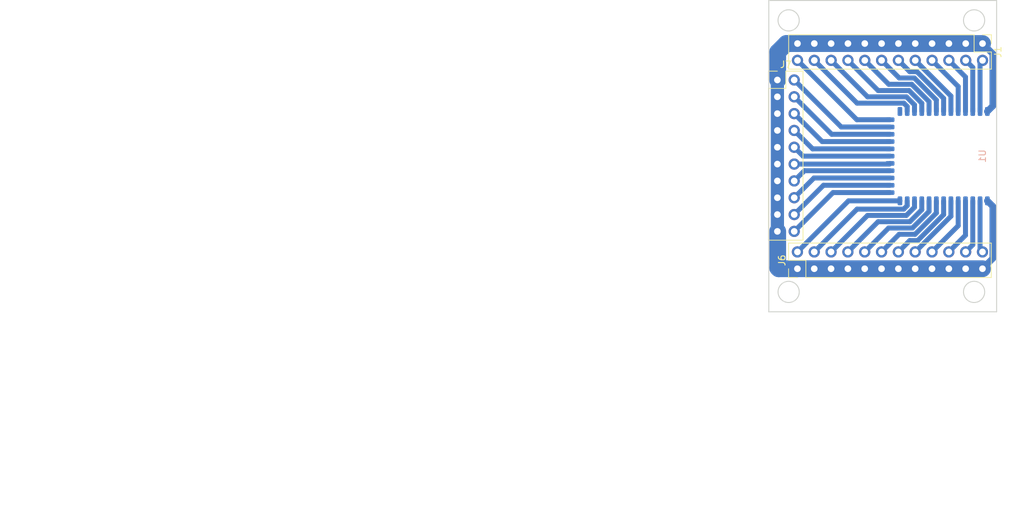
<source format=kicad_pcb>
(kicad_pcb (version 20211014) (generator pcbnew)
  (title_block (title "HolyIOT 18010 breakout board") (date "2021-08-01") (rev "0.1") (company "semicontinuity"))
  (layers (0 "F.Cu" signal) (31 "B.Cu" signal) (34 "B.Paste" user) (35 "F.Paste" user) (36 "B.SilkS" user "B.Silkscreen") (37 "F.SilkS" user "F.Silkscreen") (38 "B.Mask" user) (39 "F.Mask" user) (44 "Edge.Cuts" user))
  (net 0 "")
  (net 1 "/P23")
  (net 2 "/P22")
  (net 3 "/P21")
  (net 4 "/P20")
  (net 5 "/P19")
  (net 6 "/P18")
  (net 7 "/P17")
  (net 8 "/P16")
  (net 9 "/P15")
  (net 10 "/P14")
  (net 11 "/P24")
  (net 13 "/GND")
  (net 14 "/P36")
  (net 15 "/P35")
  (net 16 "/P34")
  (net 17 "/P33")
  (net 18 "/P32")
  (net 19 "/P31")
  (net 20 "/P30")
  (net 21 "/P29")
  (net 22 "/P28")
  (net 23 "/P27")
  (net 24 "/P26")
  (net 25 "/P05")
  (net 26 "/P04")
  (net 27 "/P03")
  (net 28 "/P02")
  (net 29 "/P13")
  (net 30 "/P12")
  (net 31 "/P11")
  (net 32 "/P10")
  (net 33 "/P09")
  (net 34 "/P08")
  (net 35 "/P07")
  (net 36 "/P06")
  (footprint "Connector_PinHeader_2.54mm:PinHeader_2x12_P2.54mm_Vertical" (layer "F.Cu") (at 185.76076 86.87278 -90)
    (fp_text reference "J1" (at 1.27 -2.33 90) (layer "F.SilkS"))
    (fp_text value "Conn_02x12_Odd_Even" hide)
    (fp_line (start -1.33 29.27) (end 3.87 29.27) (layer "F.SilkS") (width 0.12))
    (fp_line (start -1.33 1.27) (end -1.33 29.27) (layer "F.SilkS") (width 0.12))
    (fp_line (start -1.33 1.27) (end 1.27 1.27) (layer "F.SilkS") (width 0.12))
    (fp_line (start -1.33 0) (end -1.33 -1.33) (layer "F.SilkS") (width 0.12))
    (fp_line (start -1.33 -1.33) (end 0 -1.33) (layer "F.SilkS") (width 0.12))
    (fp_line (start 1.27 -1.33) (end 3.87 -1.33) (layer "F.SilkS") (width 0.12))
    (fp_line (start 3.87 -1.33) (end 3.87 29.27) (layer "F.SilkS") (width 0.12))
    (fp_line (start 1.27 1.27) (end 1.27 -1.33) (layer "F.SilkS") (width 0.12))
    (pad "1" thru_hole rect (at 0 0 270) (size 1.7 1.7) (drill 1) (layers *.Cu *.Mask) (net 13 "/GND"))
    (pad "2" thru_hole oval (at 2.54 0 270) (size 1.7 1.7) (drill 1) (layers *.Cu *.Mask) (net 14 "/P36"))
    (pad "3" thru_hole oval (at 0 2.54 270) (size 1.7 1.7) (drill 1) (layers *.Cu *.Mask) (net 13 "/GND"))
    (pad "4" thru_hole oval (at 2.54 2.54 270) (size 1.7 1.7) (drill 1) (layers *.Cu *.Mask) (net 15 "/P35"))
    (pad "5" thru_hole oval (at 0 5.08 270) (size 1.7 1.7) (drill 1) (layers *.Cu *.Mask) (net 13 "/GND"))
    (pad "6" thru_hole oval (at 2.54 5.08 270) (size 1.7 1.7) (drill 1) (layers *.Cu *.Mask) (net 16 "/P34"))
    (pad "7" thru_hole oval (at 0 7.62 270) (size 1.7 1.7) (drill 1) (layers *.Cu *.Mask) (net 13 "/GND"))
    (pad "8" thru_hole oval (at 2.54 7.62 270) (size 1.7 1.7) (drill 1) (layers *.Cu *.Mask) (net 17 "/P33"))
    (pad "9" thru_hole oval (at 0 10.16 270) (size 1.7 1.7) (drill 1) (layers *.Cu *.Mask) (net 13 "/GND"))
    (pad "10" thru_hole oval (at 2.54 10.16 270) (size 1.7 1.7) (drill 1) (layers *.Cu *.Mask) (net 18 "/P32"))
    (pad "11" thru_hole oval (at 0 12.7 270) (size 1.7 1.7) (drill 1) (layers *.Cu *.Mask) (net 13 "/GND"))
    (pad "12" thru_hole oval (at 2.54 12.7 270) (size 1.7 1.7) (drill 1) (layers *.Cu *.Mask) (net 19 "/P31"))
    (pad "13" thru_hole oval (at 0 15.24 270) (size 1.7 1.7) (drill 1) (layers *.Cu *.Mask) (net 13 "/GND"))
    (pad "14" thru_hole oval (at 2.54 15.24 270) (size 1.7 1.7) (drill 1) (layers *.Cu *.Mask) (net 20 "/P30"))
    (pad "15" thru_hole oval (at 0 17.78 270) (size 1.7 1.7) (drill 1) (layers *.Cu *.Mask) (net 13 "/GND"))
    (pad "16" thru_hole oval (at 2.54 17.78 270) (size 1.7 1.7) (drill 1) (layers *.Cu *.Mask) (net 21 "/P29"))
    (pad "17" thru_hole oval (at 0 20.32 270) (size 1.7 1.7) (drill 1) (layers *.Cu *.Mask) (net 13 "/GND"))
    (pad "18" thru_hole oval (at 2.54 20.32 270) (size 1.7 1.7) (drill 1) (layers *.Cu *.Mask) (net 22 "/P28"))
    (pad "19" thru_hole oval (at 0 22.86 270) (size 1.7 1.7) (drill 1) (layers *.Cu *.Mask) (net 13 "/GND"))
    (pad "20" thru_hole oval (at 2.54 22.86 270) (size 1.7 1.7) (drill 1) (layers *.Cu *.Mask) (net 23 "/P27"))
    (pad "21" thru_hole oval (at 0 25.4 270) (size 1.7 1.7) (drill 1) (layers *.Cu *.Mask) (net 13 "/GND"))
    (pad "22" thru_hole oval (at 2.54 25.4 270) (size 1.7 1.7) (drill 1) (layers *.Cu *.Mask) (net 24 "/P26"))
    (pad "23" thru_hole oval (at 0 27.94 270) (size 1.7 1.7) (drill 1) (layers *.Cu *.Mask) (net 13 "/GND"))
    (pad "24" thru_hole oval (at 2.54 27.94 270) (size 1.7 1.7) (drill 1) (layers *.Cu *.Mask) (net 11 "/P24"))
  )
  (footprint "Connector_PinHeader_2.54mm:PinHeader_2x12_P2.54mm_Vertical" (layer "F.Cu") (at 157.81076 120.87278 90)
    (fp_text reference "J6" (at 1.27 -2.33 90) (layer "F.SilkS"))
    (fp_text value "Conn_02x12_Odd_Even" hide)
    (fp_line (start -1.33 1.27) (end 1.27 1.27) (layer "F.SilkS") (width 0.12))
    (fp_line (start 1.27 1.27) (end 1.27 -1.33) (layer "F.SilkS") (width 0.12))
    (fp_line (start 1.27 -1.33) (end 3.87 -1.33) (layer "F.SilkS") (width 0.12))
    (fp_line (start -1.33 0) (end -1.33 -1.33) (layer "F.SilkS") (width 0.12))
    (fp_line (start 3.87 -1.33) (end 3.87 29.27) (layer "F.SilkS") (width 0.12))
    (fp_line (start -1.33 -1.33) (end 0 -1.33) (layer "F.SilkS") (width 0.12))
    (fp_line (start -1.33 29.27) (end 3.87 29.27) (layer "F.SilkS") (width 0.12))
    (fp_line (start -1.33 1.27) (end -1.33 29.27) (layer "F.SilkS") (width 0.12))
    (pad "1" thru_hole rect (at 0 0 90) (size 1.7 1.7) (drill 1) (layers *.Cu *.Mask) (net 13 "/GND"))
    (pad "2" thru_hole oval (at 2.54 0 90) (size 1.7 1.7) (drill 1) (layers *.Cu *.Mask) (net 29 "/P13"))
    (pad "3" thru_hole oval (at 0 2.54 90) (size 1.7 1.7) (drill 1) (layers *.Cu *.Mask) (net 13 "/GND"))
    (pad "4" thru_hole oval (at 2.54 2.54 90) (size 1.7 1.7) (drill 1) (layers *.Cu *.Mask) (net 30 "/P12"))
    (pad "5" thru_hole oval (at 0 5.08 90) (size 1.7 1.7) (drill 1) (layers *.Cu *.Mask) (net 13 "/GND"))
    (pad "6" thru_hole oval (at 2.54 5.08 90) (size 1.7 1.7) (drill 1) (layers *.Cu *.Mask) (net 31 "/P11"))
    (pad "7" thru_hole oval (at 0 7.62 90) (size 1.7 1.7) (drill 1) (layers *.Cu *.Mask) (net 13 "/GND"))
    (pad "8" thru_hole oval (at 2.54 7.62 90) (size 1.7 1.7) (drill 1) (layers *.Cu *.Mask) (net 32 "/P10"))
    (pad "9" thru_hole oval (at 0 10.16 90) (size 1.7 1.7) (drill 1) (layers *.Cu *.Mask) (net 13 "/GND"))
    (pad "10" thru_hole oval (at 2.54 10.16 90) (size 1.7 1.7) (drill 1) (layers *.Cu *.Mask) (net 33 "/P09"))
    (pad "11" thru_hole oval (at 0 12.7 90) (size 1.7 1.7) (drill 1) (layers *.Cu *.Mask) (net 13 "/GND"))
    (pad "12" thru_hole oval (at 2.54 12.7 90) (size 1.7 1.7) (drill 1) (layers *.Cu *.Mask) (net 34 "/P08"))
    (pad "13" thru_hole oval (at 0 15.24 90) (size 1.7 1.7) (drill 1) (layers *.Cu *.Mask) (net 13 "/GND"))
    (pad "14" thru_hole oval (at 2.54 15.24 90) (size 1.7 1.7) (drill 1) (layers *.Cu *.Mask) (net 35 "/P07"))
    (pad "15" thru_hole oval (at 0 17.78 90) (size 1.7 1.7) (drill 1) (layers *.Cu *.Mask) (net 13 "/GND"))
    (pad "16" thru_hole oval (at 2.54 17.78 90) (size 1.7 1.7) (drill 1) (layers *.Cu *.Mask) (net 36 "/P06"))
    (pad "17" thru_hole oval (at 0 20.32 90) (size 1.7 1.7) (drill 1) (layers *.Cu *.Mask) (net 13 "/GND"))
    (pad "18" thru_hole oval (at 2.54 20.32 90) (size 1.7 1.7) (drill 1) (layers *.Cu *.Mask) (net 25 "/P05"))
    (pad "19" thru_hole oval (at 0 22.86 90) (size 1.7 1.7) (drill 1) (layers *.Cu *.Mask) (net 13 "/GND"))
    (pad "20" thru_hole oval (at 2.54 22.86 90) (size 1.7 1.7) (drill 1) (layers *.Cu *.Mask) (net 26 "/P04"))
    (pad "21" thru_hole oval (at 0 25.4 90) (size 1.7 1.7) (drill 1) (layers *.Cu *.Mask) (net 13 "/GND"))
    (pad "22" thru_hole oval (at 2.54 25.4 90) (size 1.7 1.7) (drill 1) (layers *.Cu *.Mask) (net 27 "/P03"))
    (pad "23" thru_hole oval (at 0 27.94 90) (size 1.7 1.7) (drill 1) (layers *.Cu *.Mask) (net 13 "/GND"))
    (pad "24" thru_hole oval (at 2.54 27.94 90) (size 1.7 1.7) (drill 1) (layers *.Cu *.Mask) (net 28 "/P02"))
  )
  (footprint "Connector_PinHeader_2.54mm:PinHeader_2x10_P2.54mm_Vertical" (layer "F.Cu") (at 154.78576 92.37278)
    (fp_text reference "J7" (at 1.27 -2.33) (layer "F.SilkS"))
    (fp_text value "Conn_02x10_Odd_Even")
    (fp_line (start -1.33 1.27) (end -1.33 24.19) (layer "F.SilkS") (width 0.12))
    (fp_line (start 1.27 -1.33) (end 3.87 -1.33) (layer "F.SilkS") (width 0.12))
    (fp_line (start -1.33 1.27) (end 1.27 1.27) (layer "F.SilkS") (width 0.12))
    (fp_line (start -1.33 -1.33) (end 0 -1.33) (layer "F.SilkS") (width 0.12))
    (fp_line (start -1.33 24.19) (end 3.87 24.19) (layer "F.SilkS") (width 0.12))
    (fp_line (start 1.27 1.27) (end 1.27 -1.33) (layer "F.SilkS") (width 0.12))
    (fp_line (start 3.87 -1.33) (end 3.87 24.19) (layer "F.SilkS") (width 0.12))
    (fp_line (start -1.33 0) (end -1.33 -1.33) (layer "F.SilkS") (width 0.12))
    (pad "1" thru_hole rect (at 0 0) (size 1.7 1.7) (drill 1) (layers *.Cu *.Mask) (net 13 "/GND"))
    (pad "2" thru_hole oval (at 2.54 0) (size 1.7 1.7) (drill 1) (layers *.Cu *.Mask) (net 1 "/P23"))
    (pad "3" thru_hole oval (at 0 2.54) (size 1.7 1.7) (drill 1) (layers *.Cu *.Mask) (net 13 "/GND"))
    (pad "4" thru_hole oval (at 2.54 2.54) (size 1.7 1.7) (drill 1) (layers *.Cu *.Mask) (net 2 "/P22"))
    (pad "5" thru_hole oval (at 0 5.08) (size 1.7 1.7) (drill 1) (layers *.Cu *.Mask) (net 13 "/GND"))
    (pad "6" thru_hole oval (at 2.54 5.08) (size 1.7 1.7) (drill 1) (layers *.Cu *.Mask) (net 3 "/P21"))
    (pad "7" thru_hole oval (at 0 7.62) (size 1.7 1.7) (drill 1) (layers *.Cu *.Mask) (net 13 "/GND"))
    (pad "8" thru_hole oval (at 2.54 7.62) (size 1.7 1.7) (drill 1) (layers *.Cu *.Mask) (net 4 "/P20"))
    (pad "9" thru_hole oval (at 0 10.16) (size 1.7 1.7) (drill 1) (layers *.Cu *.Mask) (net 13 "/GND"))
    (pad "10" thru_hole oval (at 2.54 10.16) (size 1.7 1.7) (drill 1) (layers *.Cu *.Mask) (net 5 "/P19"))
    (pad "11" thru_hole oval (at 0 12.7) (size 1.7 1.7) (drill 1) (layers *.Cu *.Mask) (net 13 "/GND"))
    (pad "12" thru_hole oval (at 2.54 12.7) (size 1.7 1.7) (drill 1) (layers *.Cu *.Mask) (net 6 "/P18"))
    (pad "13" thru_hole oval (at 0 15.24) (size 1.7 1.7) (drill 1) (layers *.Cu *.Mask) (net 13 "/GND"))
    (pad "14" thru_hole oval (at 2.54 15.24) (size 1.7 1.7) (drill 1) (layers *.Cu *.Mask) (net 7 "/P17"))
    (pad "15" thru_hole oval (at 0 17.78) (size 1.7 1.7) (drill 1) (layers *.Cu *.Mask) (net 13 "/GND"))
    (pad "16" thru_hole oval (at 2.54 17.78) (size 1.7 1.7) (drill 1) (layers *.Cu *.Mask) (net 8 "/P16"))
    (pad "17" thru_hole oval (at 0 20.32) (size 1.7 1.7) (drill 1) (layers *.Cu *.Mask) (net 13 "/GND"))
    (pad "18" thru_hole oval (at 2.54 20.32) (size 1.7 1.7) (drill 1) (layers *.Cu *.Mask) (net 9 "/P15"))
    (pad "19" thru_hole oval (at 0 22.86) (size 1.7 1.7) (drill 1) (layers *.Cu *.Mask) (net 13 "/GND"))
    (pad "20" thru_hole oval (at 2.54 22.86) (size 1.7 1.7) (drill 1) (layers *.Cu *.Mask) (net 10 "/P14"))
  )
  (footprint "wireless-v1:Holyiot-18010-nRF52840" (layer "B.Cu") (at 180.78576 103.87278 90)
    (fp_text reference "U1" (at 0 4.96125 90) (layer "B.SilkS") (effects (justify mirror)))
    (fp_text value "HOLYIOT-18010-NRF52840_Simple" hide)
    (pad "1" smd roundrect (at -6.75 5.7 90) (size 1.35 0.7) (layers "B.Cu" "B.Paste" "B.Mask") (net 13 "/GND"))
    (pad "2" smd roundrect (at -6.75 4.6 90) (size 1.35 0.7) (layers "B.Cu" "B.Paste" "B.Mask") (net 28 "/P02"))
    (pad "3" smd roundrect (at -6.75 3.5 90) (size 1.35 0.7) (layers "B.Cu" "B.Paste" "B.Mask") (net 27 "/P03"))
    (pad "4" smd roundrect (at -6.75 2.4 90) (size 1.35 0.7) (layers "B.Cu" "B.Paste" "B.Mask") (net 26 "/P04"))
    (pad "5" smd roundrect (at -6.75 1.3 90) (size 1.35 0.7) (layers "B.Cu" "B.Paste" "B.Mask") (net 25 "/P05"))
    (pad "6" smd roundrect (at -6.75 0.2 90) (size 1.35 0.7) (layers "B.Cu" "B.Paste" "B.Mask") (net 36 "/P06"))
    (pad "7" smd roundrect (at -6.75 -0.9 90) (size 1.35 0.7) (layers "B.Cu" "B.Paste" "B.Mask") (net 35 "/P07"))
    (pad "8" smd roundrect (at -6.75 -2 90) (size 1.35 0.7) (layers "B.Cu" "B.Paste" "B.Mask") (net 34 "/P08"))
    (pad "9" smd roundrect (at -6.75 -3.1 90) (size 1.35 0.7) (layers "B.Cu" "B.Paste" "B.Mask") (net 33 "/P09"))
    (pad "10" smd roundrect (at -6.75 -4.2 90) (size 1.35 0.7) (layers "B.Cu" "B.Paste" "B.Mask") (net 32 "/P10"))
    (pad "11" smd roundrect (at -6.75 -5.3 90) (size 1.35 0.7) (layers "B.Cu" "B.Paste" "B.Mask") (net 31 "/P11"))
    (pad "12" smd roundrect (at -6.75 -6.4 90) (size 1.35 0.7) (layers "B.Cu" "B.Paste" "B.Mask") (net 30 "/P12"))
    (pad "13" smd roundrect (at -6.75 -7.5 90) (size 1.35 0.7) (layers "B.Cu" "B.Paste" "B.Mask") (net 29 "/P13"))
    (pad "14" smd roundrect (at -5.5 -9) (size 1.35 0.7) (layers "B.Cu" "B.Paste" "B.Mask") (net 10 "/P14"))
    (pad "15" smd roundrect (at -4.4 -9) (size 1.35 0.7) (layers "B.Cu" "B.Paste" "B.Mask") (net 9 "/P15"))
    (pad "16" smd roundrect (at -3.3 -9) (size 1.35 0.7) (layers "B.Cu" "B.Paste" "B.Mask") (net 8 "/P16"))
    (pad "17" smd roundrect (at -2.2 -9) (size 1.35 0.7) (layers "B.Cu" "B.Paste" "B.Mask") (net 7 "/P17"))
    (pad "18" smd roundrect (at -1.1 -9) (size 1.35 0.7) (layers "B.Cu" "B.Paste" "B.Mask") (net 6 "/P18"))
    (pad "19" smd roundrect (at 0 -9) (size 1.35 0.7) (layers "B.Cu" "B.Paste" "B.Mask") (net 5 "/P19"))
    (pad "20" smd roundrect (at 1.1 -9) (size 1.35 0.7) (layers "B.Cu" "B.Paste" "B.Mask") (net 4 "/P20"))
    (pad "21" smd roundrect (at 2.2 -9) (size 1.35 0.7) (layers "B.Cu" "B.Paste" "B.Mask") (net 3 "/P21"))
    (pad "22" smd roundrect (at 3.3 -9) (size 1.35 0.7) (layers "B.Cu" "B.Paste" "B.Mask") (net 2 "/P22"))
    (pad "23" smd roundrect (at 4.4 -9) (size 1.35 0.7) (layers "B.Cu" "B.Paste" "B.Mask") (net 1 "/P23"))
    (pad "24" smd roundrect (at 5.5 -9) (size 1.35 0.7) (layers "B.Cu" "B.Paste" "B.Mask") (net 11 "/P24"))
    (pad "25" smd roundrect (at 6.75 -7.5 270) (size 1.35 0.7) (layers "B.Cu" "B.Paste" "B.Mask"))
    (pad "26" smd roundrect (at 6.75 -6.4 270) (size 1.35 0.7) (layers "B.Cu" "B.Paste" "B.Mask") (net 24 "/P26"))
    (pad "27" smd roundrect (at 6.75 -5.3 270) (size 1.35 0.7) (layers "B.Cu" "B.Paste" "B.Mask") (net 23 "/P27"))
    (pad "28" smd roundrect (at 6.75 -4.2 270) (size 1.35 0.7) (layers "B.Cu" "B.Paste" "B.Mask") (net 22 "/P28"))
    (pad "29" smd roundrect (at 6.75 -3.1 270) (size 1.35 0.7) (layers "B.Cu" "B.Paste" "B.Mask") (net 21 "/P29"))
    (pad "30" smd roundrect (at 6.75 -2 270) (size 1.35 0.7) (layers "B.Cu" "B.Paste" "B.Mask") (net 20 "/P30"))
    (pad "31" smd roundrect (at 6.75 -0.9 270) (size 1.35 0.7) (layers "B.Cu" "B.Paste" "B.Mask") (net 19 "/P31"))
    (pad "32" smd roundrect (at 6.75 0.2 270) (size 1.35 0.7) (layers "B.Cu" "B.Paste" "B.Mask") (net 18 "/P32"))
    (pad "33" smd roundrect (at 6.75 1.3 270) (size 1.35 0.7) (layers "B.Cu" "B.Paste" "B.Mask") (net 17 "/P33"))
    (pad "34" smd roundrect (at 6.75 2.4 270) (size 1.35 0.7) (layers "B.Cu" "B.Paste" "B.Mask") (net 16 "/P34"))
    (pad "35" smd roundrect (at 6.75 3.5 270) (size 1.35 0.7) (layers "B.Cu" "B.Paste" "B.Mask") (net 15 "/P35"))
    (pad "36" smd roundrect (at 6.75 4.6 270) (size 1.35 0.7) (layers "B.Cu" "B.Paste" "B.Mask") (net 14 "/P36"))
    (pad "37" smd roundrect (at 6.75 5.7 270) (size 1.35 0.7) (layers "B.Cu" "B.Paste" "B.Mask") (net 13 "/GND"))
  )
  (gr_circle (center 184.48576 124.37278) (end 186.08576 124.37278) (layer "Edge.Cuts") (width 0.15) (fill none))
  (gr_line (start 153.48576 80.37278) (end 187.88576 80.37278) (layer "Edge.Cuts") (width 0.15))
  (gr_line (start 153.48576 127.37278) (end 187.88576 127.37278) (layer "Edge.Cuts") (width 0.15))
  (gr_line (start 153.48576 127.37278) (end 153.48576 80.37278) (layer "Edge.Cuts") (width 0.15))
  (gr_circle (center 156.48576 83.37278) (end 158.08576 83.37278) (layer "Edge.Cuts") (width 0.15) (fill none))
  (gr_circle (center 184.48576 83.37278) (end 186.08576 83.37278) (layer "Edge.Cuts") (width 0.15) (fill none))
  (gr_line (start 187.88576 80.37278) (end 187.88576 127.37278) (layer "Edge.Cuts") (width 0.15))
  (gr_circle (center 156.48576 124.37278) (end 158.08576 124.37278) (layer "Edge.Cuts") (width 0.15) (fill none))
  (segment (start 171.78576 99.47278) (end 164.42576 99.47278) (width 0.75) (layer "B.Cu") (net 1))
  (segment (start 164.42576 99.47278) (end 157.32576 92.37278) (width 0.75) (layer "B.Cu") (net 1))
  (segment (start 171.78576 100.57278) (end 162.98576 100.57278) (width 0.75) (layer "B.Cu") (net 2))
  (segment (start 162.98576 100.57278) (end 157.32576 94.91278) (width 0.75) (layer "B.Cu") (net 2))
  (segment (start 161.54576 101.67278) (end 157.32576 97.45278) (width 0.75) (layer "B.Cu") (net 3))
  (segment (start 171.78576 101.67278) (end 161.54576 101.67278) (width 0.75) (layer "B.Cu") (net 3))
  (segment (start 160.10576 102.77278) (end 157.32576 99.99278) (width 0.75) (layer "B.Cu") (net 4))
  (segment (start 171.78576 102.77278) (end 160.10576 102.77278) (width 0.75) (layer "B.Cu") (net 4))
  (segment (start 171.78576 103.87278) (end 158.66576 103.87278) (width 0.75) (layer "B.Cu") (net 5))
  (segment (start 158.66576 103.87278) (end 157.32576 102.53278) (width 0.75) (layer "B.Cu") (net 5))
  (segment (start 171.78576 104.97278) (end 171.68576 105.07278) (width 0.75) (layer "B.Cu") (net 6))
  (segment (start 171.68576 105.07278) (end 157.32576 105.07278) (width 0.75) (layer "B.Cu") (net 6))
  (segment (start 171.78576 106.07278) (end 158.86576 106.07278) (width 0.75) (layer "B.Cu") (net 7))
  (segment (start 158.86576 106.07278) (end 157.32576 107.61278) (width 0.75) (layer "B.Cu") (net 7))
  (segment (start 160.30576 107.17278) (end 157.32576 110.15278) (width 0.75) (layer "B.Cu") (net 8))
  (segment (start 171.78576 107.17278) (end 160.30576 107.17278) (width 0.75) (layer "B.Cu") (net 8))
  (segment (start 171.78576 108.27278) (end 161.74576 108.27278) (width 0.75) (layer "B.Cu") (net 9))
  (segment (start 161.74576 108.27278) (end 157.32576 112.69278) (width 0.75) (layer "B.Cu") (net 9))
  (segment (start 163.18576 109.37278) (end 157.32576 115.23278) (width 0.75) (layer "B.Cu") (net 10))
  (segment (start 171.78576 109.37278) (end 163.18576 109.37278) (width 0.75) (layer "B.Cu") (net 10))
  (segment (start 166.78076 98.37278) (end 157.82076 89.41278) (width 0.75) (layer "B.Cu") (net 11))
  (segment (start 171.78576 98.37278) (end 166.78076 98.37278) (width 0.75) (layer "B.Cu") (net 11))
  (segment (start 185.75076 120.87278) (end 157.81076 120.87278) (width 2.54) (layer "B.Cu") (net 13))
  (segment (start 186.48576 110.62278) (end 187.31076 111.44778) (width 1) (layer "B.Cu") (net 13))
  (segment (start 157.81076 120.87278) (end 154.98576 120.87278) (width 2.54) (layer "B.Cu") (net 13))
  (segment (start 154.83076 88.17278) (end 154.83076 92.37278) (width 2.54) (layer "B.Cu") (net 13))
  (segment (start 187.31076 88.42278) (end 185.76076 86.87278) (width 1) (layer "B.Cu") (net 13))
  (segment (start 157.82076 86.87278) (end 156.13076 86.87278) (width 2.54) (layer "B.Cu") (net 13))
  (segment (start 157.82076 86.87278) (end 185.76076 86.87278) (width 2.54) (layer "B.Cu") (net 13))
  (segment (start 187.31076 111.44778) (end 187.31076 119.31278) (width 1) (layer "B.Cu") (net 13))
  (segment (start 187.31076 96.29778) (end 187.31076 88.42278) (width 1) (layer "B.Cu") (net 13))
  (segment (start 154.78576 112.69278) (end 154.78576 115.23278) (width 2) (layer "B.Cu") (net 13))
  (segment (start 154.83076 120.71778) (end 154.83076 115.23278) (width 2.54) (layer "B.Cu") (net 13))
  (segment (start 156.13076 86.87278) (end 154.83076 88.17278) (width 2.54) (layer "B.Cu") (net 13))
  (segment (start 154.78576 112.69278) (end 154.78576 92.37278) (width 2) (layer "B.Cu") (net 13))
  (segment (start 186.48576 97.12278) (end 187.31076 96.29778) (width 1) (layer "B.Cu") (net 13))
  (segment (start 187.31076 119.31278) (end 185.75076 120.87278) (width 1) (layer "B.Cu") (net 13))
  (segment (start 154.98576 120.87278) (end 154.83076 120.71778) (width 2.54) (layer "B.Cu") (net 13))
  (segment (start 185.38576 89.78778) (end 185.76076 89.41278) (width 0.75) (layer "B.Cu") (net 14))
  (segment (start 185.38576 97.12278) (end 185.38576 89.78778) (width 0.75) (layer "B.Cu") (net 14))
  (segment (start 184.28576 90.47778) (end 183.22076 89.41278) (width 0.75) (layer "B.Cu") (net 15))
  (segment (start 184.28576 97.12278) (end 184.28576 90.47778) (width 0.75) (layer "B.Cu") (net 15))
  (segment (start 183.18576 91.91778) (end 180.68076 89.41278) (width 0.75) (layer "B.Cu") (net 16))
  (segment (start 183.18576 97.12278) (end 183.18576 91.91778) (width 0.75) (layer "B.Cu") (net 16))
  (segment (start 182.08576 93.35778) (end 178.14076 89.41278) (width 0.75) (layer "B.Cu") (net 17))
  (segment (start 182.08576 97.12278) (end 182.08576 93.35778) (width 0.75) (layer "B.Cu") (net 17))
  (segment (start 180.98576 94.79778) (end 175.60076 89.41278) (width 0.75) (layer "B.Cu") (net 18))
  (segment (start 180.98576 97.12278) (end 180.98576 94.79778) (width 0.75) (layer "B.Cu") (net 18))
  (segment (start 174.77076 91.12278) (end 175.85327 91.12278) (width 0.75) (layer "B.Cu") (net 19))
  (segment (start 173.06076 89.41278) (end 174.77076 91.12278) (width 0.75) (layer "B.Cu") (net 19))
  (segment (start 179.88576 95.15527) (end 179.88576 97.12278) (width 0.75) (layer "B.Cu") (net 19))
  (segment (start 175.85327 91.12278) (end 179.88576 95.15527) (width 0.75) (layer "B.Cu") (net 19))
  (segment (start 178.78576 95.398772) (end 178.78576 97.12278) (width 0.75) (layer "B.Cu") (net 20))
  (segment (start 175.459768 92.07278) (end 178.78576 95.398772) (width 0.75) (layer "B.Cu") (net 20))
  (segment (start 173.18076 92.07278) (end 175.459768 92.07278) (width 0.75) (layer "B.Cu") (net 20))
  (segment (start 170.52076 89.41278) (end 173.18076 92.07278) (width 0.75) (layer "B.Cu") (net 20))
  (segment (start 175.066266 93.02278) (end 177.68576 95.642274) (width 0.75) (layer "B.Cu") (net 21))
  (segment (start 167.98076 89.41278) (end 171.59076 93.02278) (width 0.75) (layer "B.Cu") (net 21))
  (segment (start 177.68576 95.642274) (end 177.68576 97.12278) (width 0.75) (layer "B.Cu") (net 21))
  (segment (start 171.59076 93.02278) (end 175.066266 93.02278) (width 0.75) (layer "B.Cu") (net 21))
  (segment (start 174.672764 93.97278) (end 176.58576 95.885776) (width 0.75) (layer "B.Cu") (net 22))
  (segment (start 165.44076 89.41278) (end 170.00076 93.97278) (width 0.75) (layer "B.Cu") (net 22))
  (segment (start 176.58576 95.885776) (end 176.58576 97.12278) (width 0.75) (layer "B.Cu") (net 22))
  (segment (start 170.00076 93.97278) (end 174.672764 93.97278) (width 0.75) (layer "B.Cu") (net 22))
  (segment (start 174.279262 94.92278) (end 175.48576 96.129278) (width 0.75) (layer "B.Cu") (net 23))
  (segment (start 162.90076 89.41278) (end 168.41076 94.92278) (width 0.75) (layer "B.Cu") (net 23))
  (segment (start 175.48576 96.129278) (end 175.48576 97.12278) (width 0.75) (layer "B.Cu") (net 23))
  (segment (start 168.41076 94.92278) (end 174.279262 94.92278) (width 0.75) (layer "B.Cu") (net 23))
  (segment (start 174.38576 96.37278) (end 174.38576 97.12278) (width 0.75) (layer "B.Cu") (net 24))
  (segment (start 160.36076 89.41278) (end 166.82076 95.87278) (width 0.75) (layer "B.Cu") (net 24))
  (segment (start 166.82076 95.87278) (end 173.88576 95.87278) (width 0.75) (layer "B.Cu") (net 24))
  (segment (start 173.88576 95.87278) (end 174.38576 96.37278) (width 0.75) (layer "B.Cu") (net 24))
  (segment (start 182.08576 110.62278) (end 182.08576 114.37778) (width 0.75) (layer "B.Cu") (net 25))
  (segment (start 182.08576 114.37778) (end 178.13076 118.33278) (width 0.75) (layer "B.Cu") (net 25))
  (segment (start 183.18576 115.81778) (end 180.67076 118.33278) (width 0.75) (layer "B.Cu") (net 26))
  (segment (start 183.18576 110.62278) (end 183.18576 115.81778) (width 0.75) (layer "B.Cu") (net 26))
  (segment (start 184.28576 110.62278) (end 184.28576 117.25778) (width 0.75) (layer "B.Cu") (net 27))
  (segment (start 184.28576 117.25778) (end 183.21076 118.33278) (width 0.75) (layer "B.Cu") (net 27))
  (segment (start 185.38576 110.62278) (end 185.38576 117.96778) (width 0.75) (layer "B.Cu") (net 28))
  (segment (start 185.38576 117.96778) (end 185.75076 118.33278) (width 0.75) (layer "B.Cu") (net 28))
  (segment (start 165.52076 110.62278) (end 173.28576 110.62278) (width 0.75) (layer "B.Cu") (net 29))
  (segment (start 157.81076 118.33278) (end 165.52076 110.62278) (width 0.75) (layer "B.Cu") (net 29))
  (segment (start 173.86076 111.87278) (end 166.81076 111.87278) (width 0.75) (layer "B.Cu") (net 30))
  (segment (start 174.38576 110.62278) (end 174.38576 111.34778) (width 0.75) (layer "B.Cu") (net 30))
  (segment (start 174.38576 111.34778) (end 173.86076 111.87278) (width 0.75) (layer "B.Cu") (net 30))
  (segment (start 166.81076 111.87278) (end 160.35076 118.33278) (width 0.75) (layer "B.Cu") (net 30))
  (segment (start 175.48576 111.591283) (end 174.254263 112.82278) (width 0.75) (layer "B.Cu") (net 31))
  (segment (start 168.40076 112.82278) (end 162.89076 118.33278) (width 0.75) (layer "B.Cu") (net 31))
  (segment (start 175.48576 110.62278) (end 175.48576 111.591283) (width 0.75) (layer "B.Cu") (net 31))
  (segment (start 174.254263 112.82278) (end 168.40076 112.82278) (width 0.75) (layer "B.Cu") (net 31))
  (segment (start 176.58576 111.97278) (end 176.58576 110.62278) (width 0.75) (layer "B.Cu") (net 32))
  (segment (start 174.78576 113.77278) (end 176.58576 111.97278) (width 0.75) (layer "B.Cu") (net 32))
  (segment (start 169.99076 113.77278) (end 174.78576 113.77278) (width 0.75) (layer "B.Cu") (net 32))
  (segment (start 165.43076 118.33278) (end 169.99076 113.77278) (width 0.75) (layer "B.Cu") (net 32))
  (segment (start 167.97076 118.33278) (end 171.58076 114.72278) (width 0.75) (layer "B.Cu") (net 33))
  (segment (start 171.58076 114.72278) (end 175.179262 114.72278) (width 0.75) (layer "B.Cu") (net 33))
  (segment (start 177.68576 112.216282) (end 177.68576 110.62278) (width 0.75) (layer "B.Cu") (net 33))
  (segment (start 175.179262 114.72278) (end 177.68576 112.216282) (width 0.75) (layer "B.Cu") (net 33))
  (segment (start 170.51076 118.33278) (end 173.17076 115.67278) (width 0.75) (layer "B.Cu") (net 34))
  (segment (start 175.572764 115.67278) (end 178.78576 112.459784) (width 0.75) (layer "B.Cu") (net 34))
  (segment (start 178.78576 112.459784) (end 178.78576 110.62278) (width 0.75) (layer "B.Cu") (net 34))
  (segment (start 173.17076 115.67278) (end 175.572764 115.67278) (width 0.75) (layer "B.Cu") (net 34))
  (segment (start 174.76076 116.62278) (end 175.966267 116.62278) (width 0.75) (layer "B.Cu") (net 35))
  (segment (start 179.88576 112.703286) (end 179.88576 110.62278) (width 0.75) (layer "B.Cu") (net 35))
  (segment (start 175.966267 116.62278) (end 179.88576 112.703286) (width 0.75) (layer "B.Cu") (net 35))
  (segment (start 173.05076 118.33278) (end 174.76076 116.62278) (width 0.75) (layer "B.Cu") (net 35))
  (segment (start 180.98576 112.94679) (end 180.98576 110.62278) (width 0.75) (layer "B.Cu") (net 36))
  (segment (start 175.59076 118.33278) (end 175.59977 118.33278) (width 0.75) (layer "B.Cu") (net 36))
  (segment (start 175.59977 118.33278) (end 180.98576 112.94679) (width 0.75) (layer "B.Cu") (net 36))
)
</source>
